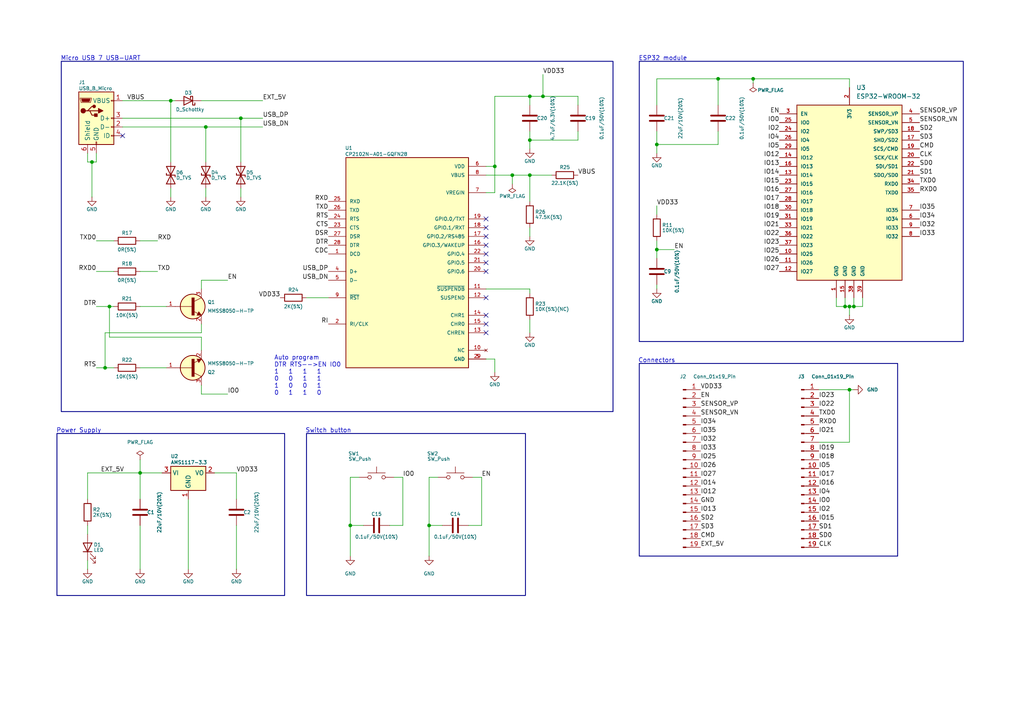
<source format=kicad_sch>
(kicad_sch (version 20250114) (generator "eeschema") (generator_version "9.0")
  (paper "A4")
  (title_block (title "ESP32") (company "LAUDE, RUSELLE RAE D.") (comment 1 "BSECE - 1C") (comment 2 "ELECTRONICS ENGINEERING DEPARTMENT") (comment 3 "COLLEGE OF ENGINEERING") (comment 4 "TECHNOLOGICAL UNIVERSITY OF THE PHILIPPINES"))
  (lib_symbols
    (symbol "CP2102N-A01-GQFN28:CP2102N-A01-GQFN28" (pin_names (offset 1.016))
      (property "Reference" "U1" (at -18.034 33.274 0))
      (property "Value" "CP2102N-A01-GQFN28" (at -18.034 31.496 0))
      (symbol "CP2102N-A01-GQFN28_0_0"
        (rectangle (start -17.78 -30.48) (end 17.78 30.48) (stroke (width 0.254)) (fill (type background)))
        (pin input line (at -22.86 17.78 0) (length 5.08) (name "RXD") (number "25"))
        (pin output line (at -22.86 15.24 0) (length 5.08) (name "TXD") (number "26"))
        (pin output line (at -22.86 12.7 0) (length 5.08) (name "RTS") (number "24"))
        (pin output line (at -22.86 5.08 0) (length 5.08) (name "DTR") (number "28"))
        (pin bidirectional line (at -22.86 -2.54 0) (length 5.08) (name "D+") (number "4"))
        (pin bidirectional line (at -22.86 -5.08 0) (length 5.08) (name "D-") (number "5"))
        (pin input line (at -22.86 -10.16 0) (length 5.08) (name "~{RST}") (number "9"))
        (pin power_in line (at 22.86 27.94 180) (length 5.08) (name "VDD") (number "6"))
        (pin power_in line (at 22.86 25.4 180) (length 5.08) (name "VBUS") (number "8"))
        (pin power_in line (at 22.86 20.32 180) (length 5.08) (name "VREGIN") (number "7"))
        (pin bidirectional line (at 22.86 12.7 180) (length 5.08) (name "GPIO.0/TXT") (number "19"))
        (pin bidirectional line (at 22.86 10.16 180) (length 5.08) (name "GPIO.1/RXT") (number "18"))
        (pin bidirectional line (at 22.86 7.62 180) (length 5.08) (name "GPIO.2/RS485") (number "17"))
        (pin bidirectional line (at 22.86 5.08 180) (length 5.08) (name "GPIO.3/WAKEUP") (number "16"))
        (pin bidirectional line (at 22.86 2.54 180) (length 5.08) (name "GPIO.4") (number "22"))
        (pin bidirectional line (at 22.86 0 180) (length 5.08) (name "GPIO.5") (number "21"))
        (pin bidirectional line (at 22.86 -2.54 180) (length 5.08) (name "GPIO.6") (number "20"))
        (pin output line (at 22.86 -7.62 180) (length 5.08) (name "~{SUSPENDB}") (number "11"))
        (pin output line (at 22.86 -10.16 180) (length 5.08) (name "SUSPEND") (number "12"))
        (pin output line (at 22.86 -15.24 180) (length 5.08) (name "CHR1") (number "14"))
        (pin output line (at 22.86 -17.78 180) (length 5.08) (name "CHR0") (number "15"))
        (pin output line (at 22.86 -20.32 180) (length 5.08) (name "CHREN") (number "13"))
        (pin no_connect line (at 22.86 -25.4 180) (length 5.08) (name "NC") (number "10"))
        (pin power_in line (at 22.86 -27.94 180) (length 5.08) (name "GND") (number "29"))
        (pin power_in line (at 22.86 -27.94 180) (length 5.08) (name "GND") (number "3"))
      )
      (symbol "CP2102N-A01-GQFN28_1_0"
        (pin input line (at -22.86 10.16 0) (length 5.08) (name "CTS") (number "23"))
        (pin input line (at -22.86 7.62 0) (length 5.08) (name "DSR") (number "27"))
        (pin input line (at -22.86 2.54 0) (length 5.08) (name "DCD") (number "1"))
        (pin bidirectional line (at -22.86 -17.78 0) (length 5.08) (name "RI/CLK") (number "2"))
      )
    )
    (symbol "Connector:Conn_01x19_Pin" (pin_names (offset 1.016) (hide yes))
      (property "Reference" "J" (at 0 25.4 0))
      (property "Value" "Conn_01x19_Pin" (at 0 -25.4 0))
      (symbol "Conn_01x19_Pin_1_1"
        (rectangle (start 0.8636 22.987) (end 0 22.733) (stroke (width 0.1524)) (fill (type outline)))
        (rectangle (start 0.8636 20.447) (end 0 20.193) (stroke (width 0.1524)) (fill (type outline)))
        (rectangle (start 0.8636 17.907) (end 0 17.653) (stroke (width 0.1524)) (fill (type outline)))
        (rectangle (start 0.8636 15.367) (end 0 15.113) (stroke (width 0.1524)) (fill (type outline)))
        (rectangle (start 0.8636 12.827) (end 0 12.573) (stroke (width 0.1524)) (fill (type outline)))
        (rectangle (start 0.8636 10.287) (end 0 10.033) (stroke (width 0.1524)) (fill (type outline)))
        (rectangle (start 0.8636 7.747) (end 0 7.493) (stroke (width 0.1524)) (fill (type outline)))
        (rectangle (start 0.8636 5.207) (end 0 4.953) (stroke (width 0.1524)) (fill (type outline)))
        (rectangle (start 0.8636 2.667) (end 0 2.413) (stroke (width 0.1524)) (fill (type outline)))
        (rectangle (start 0.8636 0.127) (end 0 -0.127) (stroke (width 0.1524)) (fill (type outline)))
        (rectangle (start 0.8636 -2.413) (end 0 -2.667) (stroke (width 0.1524)) (fill (type outline)))
        (rectangle (start 0.8636 -4.953) (end 0 -5.207) (stroke (width 0.1524)) (fill (type outline)))
        (rectangle (start 0.8636 -7.493) (end 0 -7.747) (stroke (width 0.1524)) (fill (type outline)))
        (rectangle (start 0.8636 -10.033) (end 0 -10.287) (stroke (width 0.1524)) (fill (type outline)))
        (rectangle (start 0.8636 -12.573) (end 0 -12.827) (stroke (width 0.1524)) (fill (type outline)))
        (rectangle (start 0.8636 -15.113) (end 0 -15.367) (stroke (width 0.1524)) (fill (type outline)))
        (rectangle (start 0.8636 -17.653) (end 0 -17.907) (stroke (width 0.1524)) (fill (type outline)))
        (rectangle (start 0.8636 -20.193) (end 0 -20.447) (stroke (width 0.1524)) (fill (type outline)))
        (rectangle (start 0.8636 -22.733) (end 0 -22.987) (stroke (width 0.1524)) (fill (type outline)))
        (polyline (pts (xy 1.27 22.86) (xy 0.8636 22.86)) (stroke (width 0.1524)))
        (polyline (pts (xy 1.27 20.32) (xy 0.8636 20.32)) (stroke (width 0.1524)))
        (polyline (pts (xy 1.27 17.78) (xy 0.8636 17.78)) (stroke (width 0.1524)))
        (polyline (pts (xy 1.27 15.24) (xy 0.8636 15.24)) (stroke (width 0.1524)))
        (polyline (pts (xy 1.27 12.7) (xy 0.8636 12.7)) (stroke (width 0.1524)))
        (polyline (pts (xy 1.27 10.16) (xy 0.8636 10.16)) (stroke (width 0.1524)))
        (polyline (pts (xy 1.27 7.62) (xy 0.8636 7.62)) (stroke (width 0.1524)))
        (polyline (pts (xy 1.27 5.08) (xy 0.8636 5.08)) (stroke (width 0.1524)))
        (polyline (pts (xy 1.27 2.54) (xy 0.8636 2.54)) (stroke (width 0.1524)))
        (polyline (pts (xy 1.27 0) (xy 0.8636 0)) (stroke (width 0.1524)))
        (polyline (pts (xy 1.27 -2.54) (xy 0.8636 -2.54)) (stroke (width 0.1524)))
        (polyline (pts (xy 1.27 -5.08) (xy 0.8636 -5.08)) (stroke (width 0.1524)))
        (polyline (pts (xy 1.27 -7.62) (xy 0.8636 -7.62)) (stroke (width 0.1524)))
        (polyline (pts (xy 1.27 -10.16) (xy 0.8636 -10.16)) (stroke (width 0.1524)))
        (polyline (pts (xy 1.27 -12.7) (xy 0.8636 -12.7)) (stroke (width 0.1524)))
        (polyline (pts (xy 1.27 -15.24) (xy 0.8636 -15.24)) (stroke (width 0.1524)))
        (polyline (pts (xy 1.27 -17.78) (xy 0.8636 -17.78)) (stroke (width 0.1524)))
        (polyline (pts (xy 1.27 -20.32) (xy 0.8636 -20.32)) (stroke (width 0.1524)))
        (polyline (pts (xy 1.27 -22.86) (xy 0.8636 -22.86)) (stroke (width 0.1524)))
        (pin passive line (at 5.08 22.86 180) (length 3.81) (name "Pin_1") (number "1"))
        (pin passive line (at 5.08 20.32 180) (length 3.81) (name "Pin_2") (number "2"))
        (pin passive line (at 5.08 17.78 180) (length 3.81) (name "Pin_3") (number "3"))
        (pin passive line (at 5.08 15.24 180) (length 3.81) (name "Pin_4") (number "4"))
        (pin passive line (at 5.08 12.7 180) (length 3.81) (name "Pin_5") (number "5"))
        (pin passive line (at 5.08 10.16 180) (length 3.81) (name "Pin_6") (number "6"))
        (pin passive line (at 5.08 7.62 180) (length 3.81) (name "Pin_7") (number "7"))
        (pin passive line (at 5.08 5.08 180) (length 3.81) (name "Pin_8") (number "8"))
        (pin passive line (at 5.08 2.54 180) (length 3.81) (name "Pin_9") (number "9"))
        (pin passive line (at 5.08 0 180) (length 3.81) (name "Pin_10") (number "10"))
        (pin passive line (at 5.08 -2.54 180) (length 3.81) (name "Pin_11") (number "11"))
        (pin passive line (at 5.08 -5.08 180) (length 3.81) (name "Pin_12") (number "12"))
        (pin passive line (at 5.08 -7.62 180) (length 3.81) (name "Pin_13") (number "13"))
        (pin passive line (at 5.08 -10.16 180) (length 3.81) (name "Pin_14") (number "14"))
        (pin passive line (at 5.08 -12.7 180) (length 3.81) (name "Pin_15") (number "15"))
        (pin passive line (at 5.08 -15.24 180) (length 3.81) (name "Pin_16") (number "16"))
        (pin passive line (at 5.08 -17.78 180) (length 3.81) (name "Pin_17") (number "17"))
        (pin passive line (at 5.08 -20.32 180) (length 3.81) (name "Pin_18") (number "18"))
        (pin passive line (at 5.08 -22.86 180) (length 3.81) (name "Pin_19") (number "19"))
      )
    )
    (symbol "Connector:USB_B_Micro" (pin_names (offset 1.016))
      (property "Reference" "J" (at -5.08 11.43 0))
      (property "Value" "USB_B_Micro" (at -5.08 8.89 0))
      (symbol "USB_B_Micro_0_1"
        (rectangle (start -5.08 -7.62) (end 5.08 7.62) (stroke (width 0.254)) (fill (type background)))
        (polyline (pts (xy -4.699 5.842) (xy -4.699 5.588) (xy -4.445 4.826) (xy -4.445 4.572) (xy -1.651 4.572) (xy -1.651 4.826) (xy -1.397 5.588) (xy -1.397 5.842) (xy -4.699 5.842)))
        (polyline (pts (xy -4.318 5.588) (xy -1.778 5.588) (xy -2.032 4.826) (xy -4.064 4.826) (xy -4.318 5.588)) (fill (type outline)))
        (circle (center -3.81 2.159) (radius 0.635) (stroke (width 0.254)) (fill (type outline)))
        (polyline (pts (xy -3.175 2.159) (xy -2.54 2.159) (xy -1.27 3.429) (xy -0.635 3.429)) (stroke (width 0.254)))
        (polyline (pts (xy -2.54 2.159) (xy -1.905 2.159) (xy -1.27 0.889) (xy 0 0.889)) (stroke (width 0.254)))
        (polyline (pts (xy -1.905 2.159) (xy 0.635 2.159)) (stroke (width 0.254)))
        (circle (center -0.635 3.429) (radius 0.381) (stroke (width 0.254)) (fill (type outline)))
        (rectangle (start -0.127 -7.62) (end 0.127 -6.858))
        (rectangle (start 0.254 1.27) (end -0.508 0.508) (stroke (width 0.254)) (fill (type outline)))
        (polyline (pts (xy 0.635 2.794) (xy 0.635 1.524) (xy 1.905 2.159) (xy 0.635 2.794)) (stroke (width 0.254)) (fill (type outline)))
        (rectangle (start 5.08 4.953) (end 4.318 5.207))
        (rectangle (start 5.08 -0.127) (end 4.318 0.127))
        (rectangle (start 5.08 -2.667) (end 4.318 -2.413))
        (rectangle (start 5.08 -5.207) (end 4.318 -4.953))
      )
      (symbol "USB_B_Micro_1_1"
        (pin passive line (at -2.54 -10.16 90) (length 2.54) (name "Shield") (number "6"))
        (pin power_out line (at 0 -10.16 90) (length 2.54) (name "GND") (number "5"))
        (pin power_out line (at 7.62 5.08 180) (length 2.54) (name "VBUS") (number "1"))
        (pin bidirectional line (at 7.62 0 180) (length 2.54) (name "D+") (number "3"))
        (pin bidirectional line (at 7.62 -2.54 180) (length 2.54) (name "D-") (number "2"))
        (pin passive line (at 7.62 -5.08 180) (length 2.54) (name "ID") (number "4"))
      )
    )
    (symbol "Device:C" (pin_numbers (hide yes)) (pin_names (offset 0.254))
      (property "Reference" "C" (at 0.635 2.54 0))
      (property "Value" "C" (at 0.635 -2.54 0))
      (symbol "C_0_1"
        (polyline (pts (xy -2.032 0.762) (xy 2.032 0.762)) (stroke (width 0.508)))
        (polyline (pts (xy -2.032 -0.762) (xy 2.032 -0.762)) (stroke (width 0.508)))
      )
      (symbol "C_1_1"
        (pin passive line (at 0 3.81 270) (length 2.794) (name "~") (number "1"))
        (pin passive line (at 0 -3.81 90) (length 2.794) (name "~") (number "2"))
      )
    )
    (symbol "Device:D_Schottky" (pin_numbers (hide yes)) (pin_names (offset 1.016) (hide yes))
      (property "Reference" "D" (at 0 2.54 0))
      (property "Value" "D_Schottky" (at 0 -2.54 0))
      (symbol "D_Schottky_0_1"
        (polyline (pts (xy -1.905 0.635) (xy -1.905 1.27) (xy -1.27 1.27) (xy -1.27 -1.27) (xy -0.635 -1.27) (xy -0.635 -0.635)) (stroke (width 0.254)))
        (polyline (pts (xy 1.27 1.27) (xy 1.27 -1.27) (xy -1.27 0) (xy 1.27 1.27)) (stroke (width 0.254)))
        (polyline (pts (xy 1.27 0) (xy -1.27 0)))
      )
      (symbol "D_Schottky_1_1"
        (pin passive line (at -3.81 0 0) (length 2.54) (name "K") (number "1"))
        (pin passive line (at 3.81 0 180) (length 2.54) (name "A") (number "2"))
      )
    )
    (symbol "Device:D_TVS" (pin_numbers (hide yes)) (pin_names (offset 1.016) (hide yes))
      (property "Reference" "D" (at 0 2.54 0))
      (property "Value" "D_TVS" (at 0 -2.54 0))
      (symbol "D_TVS_0_1"
        (polyline (pts (xy -2.54 1.27) (xy -2.54 -1.27) (xy 2.54 1.27) (xy 2.54 -1.27) (xy -2.54 1.27)) (stroke (width 0.254)))
        (polyline (pts (xy 0.508 1.27) (xy 0 1.27) (xy 0 -1.27) (xy -0.508 -1.27)) (stroke (width 0.254)))
        (polyline (pts (xy 1.27 0) (xy -1.27 0)))
      )
      (symbol "D_TVS_1_1"
        (pin passive line (at -3.81 0 0) (length 2.54) (name "A1") (number "1"))
        (pin passive line (at 3.81 0 180) (length 2.54) (name "A2") (number "2"))
      )
    )
    (symbol "Device:LED" (pin_numbers (hide yes)) (pin_names (offset 1.016) (hide yes))
      (property "Reference" "D" (at 0 2.54 0))
      (property "Value" "LED" (at 0 -2.54 0))
      (symbol "LED_0_1"
        (polyline (pts (xy -3.048 -0.762) (xy -4.572 -2.286) (xy -3.81 -2.286) (xy -4.572 -2.286) (xy -4.572 -1.524)))
        (polyline (pts (xy -1.778 -0.762) (xy -3.302 -2.286) (xy -2.54 -2.286) (xy -3.302 -2.286) (xy -3.302 -1.524)))
        (polyline (pts (xy -1.27 0) (xy 1.27 0)))
        (polyline (pts (xy -1.27 -1.27) (xy -1.27 1.27)) (stroke (width 0.254)))
        (polyline (pts (xy 1.27 -1.27) (xy 1.27 1.27) (xy -1.27 0) (xy 1.27 -1.27)) (stroke (width 0.254)))
      )
      (symbol "LED_1_1"
        (pin passive line (at -3.81 0 0) (length 2.54) (name "K") (number "1"))
        (pin passive line (at 3.81 0 180) (length 2.54) (name "A") (number "2"))
      )
    )
    (symbol "Device:R" (pin_numbers (hide yes)) (pin_names (offset 0))
      (property "Reference" "R" (at 2.032 0 90))
      (property "Value" "R" (at 0 0 90))
      (symbol "R_0_1"
        (rectangle (start -1.016 -2.54) (end 1.016 2.54) (stroke (width 0.254)))
      )
      (symbol "R_1_1"
        (pin passive line (at 0 3.81 270) (length 1.27) (name "~") (number "1"))
        (pin passive line (at 0 -3.81 90) (length 1.27) (name "~") (number "2"))
      )
    )
    (symbol "ESP32-WROOM-32:ESP32-WROOM-32" (pin_names (offset 1.016))
      (property "Reference" "U" (at -15.0359 36.6745 0))
      (property "Value" "ESP32-WROOM-32" (at -8.636 37.846 0))
      (symbol "ESP32-WROOM-32_0_0"
        (rectangle (start -15.24 35.56) (end 15.24 -15.24) (stroke (width 0.254)) (fill (type background)))
        (pin input line (at -20.32 33.02 0) (length 5.08) (name "EN") (number "3"))
        (pin bidirectional line (at -20.32 30.48 0) (length 5.08) (name "IO0") (number "25"))
        (pin bidirectional line (at -20.32 27.94 0) (length 5.08) (name "IO2") (number "24"))
        (pin bidirectional line (at -20.32 25.4 0) (length 5.08) (name "IO4") (number "26"))
        (pin bidirectional line (at -20.32 22.86 0) (length 5.08) (name "IO5") (number "29"))
        (pin bidirectional line (at -20.32 20.32 0) (length 5.08) (name "IO12") (number "14"))
        (pin bidirectional line (at -20.32 17.78 0) (length 5.08) (name "IO13") (number "16"))
        (pin bidirectional line (at -20.32 15.24 0) (length 5.08) (name "IO14") (number "13"))
        (pin bidirectional line (at -20.32 12.7 0) (length 5.08) (name "IO15") (number "23"))
        (pin bidirectional line (at -20.32 10.16 0) (length 5.08) (name "IO16") (number "27"))
        (pin bidirectional line (at -20.32 7.62 0) (length 5.08) (name "IO17") (number "28"))
        (pin bidirectional line (at -20.32 5.08 0) (length 5.08) (name "IO18") (number "30"))
        (pin bidirectional line (at -20.32 2.54 0) (length 5.08) (name "IO19") (number "31"))
        (pin bidirectional line (at -20.32 0 0) (length 5.08) (name "IO21") (number "33"))
        (pin bidirectional line (at -20.32 -2.54 0) (length 5.08) (name "IO22") (number "36"))
        (pin bidirectional line (at -20.32 -5.08 0) (length 5.08) (name "IO23") (number "37"))
        (pin bidirectional line (at -20.32 -7.62 0) (length 5.08) (name "IO25") (number "10"))
        (pin bidirectional line (at -20.32 -10.16 0) (length 5.08) (name "IO26") (number "11"))
        (pin bidirectional line (at -20.32 -12.7 0) (length 5.08) (name "IO27") (number "12"))
        (pin power_in line (at -3.81 -20.32 90) (length 5.08) (name "GND") (number "1"))
        (pin power_in line (at -1.27 -20.32 90) (length 5.08) (name "GND") (number "15"))
        (pin power_in line (at 0 40.64 270) (length 5.08) (name "3V3") (number "2"))
        (pin power_in line (at 1.27 -20.32 90) (length 5.08) (name "GND") (number "38"))
        (pin input line (at 20.32 33.02 180) (length 5.08) (name "SENSOR_VP") (number "4"))
        (pin input line (at 20.32 30.48 180) (length 5.08) (name "SENSOR_VN") (number "5"))
        (pin bidirectional line (at 20.32 27.94 180) (length 5.08) (name "SWP/SD3") (number "18"))
        (pin bidirectional line (at 20.32 25.4 180) (length 5.08) (name "SHD/SD2") (number "17"))
        (pin bidirectional line (at 20.32 22.86 180) (length 5.08) (name "SCS/CMD") (number "19"))
        (pin bidirectional line (at 20.32 17.78 180) (length 5.08) (name "SDI/SD1") (number "22"))
        (pin bidirectional line (at 20.32 15.24 180) (length 5.08) (name "SDO/SD0") (number "21"))
        (pin bidirectional line (at 20.32 12.7 180) (length 5.08) (name "RXD0") (number "34"))
        (pin bidirectional line (at 20.32 10.16 180) (length 5.08) (name "TXD0") (number "35"))
        (pin input line (at 20.32 5.08 180) (length 5.08) (name "IO35") (number "7"))
        (pin input line (at 20.32 2.54 180) (length 5.08) (name "IO34") (number "6"))
        (pin bidirectional line (at 20.32 0 180) (length 5.08) (name "IO33") (number "9"))
        (pin bidirectional line (at 20.32 -2.54 180) (length 5.08) (name "IO32") (number "8"))
      )
      (symbol "ESP32-WROOM-32_1_0"
        (pin power_in line (at 3.81 -20.32 90) (length 5.08) (name "GND") (number "39"))
        (pin bidirectional line (at 20.32 20.32 180) (length 5.08) (name "SCK/CLK") (number "20"))
      )
    )
    (symbol "MMSS8050-H-TP:MMSS8050-H-TP" (pin_names (offset 1.016))
      (property "Reference" "Q1" (at 3.81 1.2701 0))
      (property "Value" "MMSS8050-H-TP" (at 3.81 -1.2699 0))
      (symbol "MMSS8050-H-TP_0_0"
        (rectangle (start -0.254 -2.54) (end 0.508 2.54) (stroke (width 0.1)) (fill (type outline)))
        (polyline (pts (xy 1.27 -2.54) (xy 1.778 -1.524)) (stroke (width 0.1524)))
        (polyline (pts (xy 1.524 -2.286) (xy 1.905 -2.286)) (stroke (width 0.254)))
        (polyline (pts (xy 1.524 -2.413) (xy 2.286 -2.413)) (stroke (width 0.254)))
        (polyline (pts (xy 1.54 -2.04) (xy 0.308 -1.424)) (stroke (width 0.1524)))
        (polyline (pts (xy 1.778 -1.524) (xy 2.54 -2.54)) (stroke (width 0.1524)))
        (polyline (pts (xy 1.778 -1.778) (xy 1.524 -2.286)) (stroke (width 0.254)))
        (polyline (pts (xy 1.905 -2.286) (xy 1.778 -2.032)) (stroke (width 0.254)))
        (polyline (pts (xy 2.286 -2.413) (xy 1.778 -1.778)) (stroke (width 0.254)))
        (polyline (pts (xy 2.54 2.54) (xy 0.508 1.524)) (stroke (width 0.1524)))
        (polyline (pts (xy 2.54 -2.54) (xy 1.27 -2.54)) (stroke (width 0.1524)))
        (pin passive line (at -7.62 0 0) (length 2.54) (name "~") (number "1"))
        (pin passive line (at 2.54 5.08 270) (length 2.54) (name "~") (number "3"))
        (pin passive line (at 2.54 -5.08 90) (length 2.54) (name "~") (number "2"))
      )
      (symbol "MMSS8050-H-TP_0_1"
        (polyline (pts (xy -5.08 0) (xy -5.08 0)))
        (polyline (pts (xy -5.08 0) (xy 0 0)))
      )
      (symbol "MMSS8050-H-TP_1_1"
        (circle (center 0 0) (radius 3.5921) (stroke (width 0.254)) (fill (type color) (color 255 255 194 1)))
      )
    )
    (symbol "Regulator_Linear:AMS1117-3.3"
      (property "Reference" "U" (at -3.81 3.175 0))
      (property "Value" "AMS1117-3.3" (at 0 3.175 0))
      (symbol "AMS1117-3.3_0_1"
        (rectangle (start -5.08 -5.08) (end 5.08 1.905) (stroke (width 0.254)) (fill (type background)))
      )
      (symbol "AMS1117-3.3_1_1"
        (pin power_in line (at -7.62 0 0) (length 2.54) (name "VI") (number "3"))
        (pin power_in line (at 0 -7.62 90) (length 2.54) (name "GND") (number "1"))
        (pin power_out line (at 7.62 0 180) (length 2.54) (name "VO") (number "2"))
      )
    )
    (symbol "Switch:SW_Push" (pin_numbers (hide yes)) (pin_names (offset 1.016) (hide yes))
      (property "Reference" "SW" (at 1.27 2.54 0))
      (property "Value" "SW_Push" (at 0 -1.524 0))
      (symbol "SW_Push_0_1"
        (circle (center -2.032 0) (radius 0.508))
        (polyline (pts (xy 0 1.27) (xy 0 3.048)))
        (circle (center 2.032 0) (radius 0.508))
        (polyline (pts (xy 2.54 1.27) (xy -2.54 1.27)))
        (pin passive line (at -5.08 0 0) (length 2.54) (name "1") (number "1"))
        (pin passive line (at 5.08 0 180) (length 2.54) (name "2") (number "2"))
      )
    )
    (symbol "power:GND" (power) (pin_numbers (hide yes)) (pin_names (offset 0) (hide yes))
      (property "Value" "GND" (at 0 -3.81 0))
      (symbol "GND_0_1"
        (polyline (pts (xy 0 0) (xy 0 -1.27) (xy 1.27 -1.27) (xy 0 -2.54) (xy -1.27 -1.27) (xy 0 -1.27)))
      )
      (symbol "GND_1_1"
        (pin power_in line (at 0 0 270) (length 0) (name "~") (number "1"))
      )
    )
    (symbol "power:PWR_FLAG" (power) (pin_numbers (hide yes)) (pin_names (offset 0) (hide yes))
      (property "Value" "PWR_FLAG" (at 0 3.81 0))
      (symbol "PWR_FLAG_0_0"
        (pin power_out line (at 0 0 90) (length 0) (name "~") (number "1"))
      )
      (symbol "PWR_FLAG_0_1"
        (polyline (pts (xy 0 0) (xy 0 1.27) (xy -1.016 1.905) (xy 0 2.54) (xy 1.016 1.905) (xy 0 1.27)))
      )
    )
  )
  (text "Switch button" (at 95.25 124.968 0) (effects (font (size 1.27 1.27))))
  (text "ESP32 module" (at 192.278 17.018 0) (effects (font (size 1.27 1.27))))
  (text "Power Supply" (at 22.86 124.968 0) (effects (font (size 1.27 1.27))))
  (text "Auto program\nDTR RTS-->EN IO0\n1   1   1   1\n0   0   1   1\n1   0   0   1\n0   1   1   0" (at 79.502 108.966 0) (effects (font (size 1.27 1.27)) (justify left)))
  (text "Connectors" (at 190.5 104.648 0) (effects (font (size 1.27 1.27))))
  (text "Micro USB 7 USB-UART" (at 29.21 17.018 0) (effects (font (size 1.27 1.27))))
  (junction (at 31.75 88.9))
  (junction (at 247.65 88.9))
  (junction (at 148.59 50.8))
  (junction (at 30.48 106.68))
  (junction (at 218.44 22.86))
  (junction (at 59.69 36.83))
  (junction (at 69.85 34.29))
  (junction (at 153.67 40.64))
  (junction (at 124.46 152.4))
  (junction (at 49.53 29.21))
  (junction (at 245.11 88.9))
  (junction (at 157.48 27.94))
  (junction (at 190.5 41.91))
  (junction (at 153.67 50.8))
  (junction (at 246.38 88.9))
  (junction (at 208.28 22.86))
  (junction (at 26.67 46.99))
  (junction (at 246.38 113.03))
  (junction (at 143.51 48.26))
  (junction (at 153.67 27.94))
  (junction (at 101.6 152.4))
  (junction (at 40.64 137.16))
  (junction (at 190.5 72.39))
  (no_connect (at 140.97 86.36))
  (no_connect (at 140.97 91.44))
  (no_connect (at 140.97 71.12))
  (no_connect (at 140.97 93.98))
  (no_connect (at 140.97 63.5))
  (no_connect (at 140.97 68.58))
  (no_connect (at 140.97 78.74))
  (no_connect (at 140.97 96.52))
  (no_connect (at 140.97 76.2))
  (no_connect (at 140.97 73.66))
  (no_connect (at 35.56 39.37))
  (no_connect (at 140.97 66.04))
  (wire (pts (xy 153.67 50.8) (xy 160.02 50.8)))
  (wire (pts (xy 190.5 59.69) (xy 190.5 62.23)))
  (wire (pts (xy 190.5 82.55) (xy 190.5 83.82)))
  (wire (pts (xy 25.4 162.56) (xy 25.4 165.1)))
  (wire (pts (xy 218.44 22.86) (xy 246.38 22.86)))
  (wire (pts (xy 247.65 86.36) (xy 247.65 88.9)))
  (wire (pts (xy 25.4 46.99) (xy 26.67 46.99)))
  (wire (pts (xy 58.42 97.79) (xy 58.42 101.6)))
  (wire (pts (xy 49.53 29.21) (xy 49.53 46.99)))
  (wire (pts (xy 88.9 86.36) (xy 95.25 86.36)))
  (wire (pts (xy 59.69 54.61) (xy 59.69 57.15)))
  (wire (pts (xy 153.67 50.8) (xy 153.67 58.42)))
  (wire (pts (xy 69.85 54.61) (xy 69.85 57.15)))
  (wire (pts (xy 58.42 81.28) (xy 66.04 81.28)))
  (wire (pts (xy 140.97 104.14) (xy 143.51 104.14)))
  (wire (pts (xy 58.42 29.21) (xy 76.2 29.21)))
  (wire (pts (xy 69.85 34.29) (xy 69.85 46.99)))
  (wire (pts (xy 153.67 27.94) (xy 153.67 30.48)))
  (wire (pts (xy 40.64 88.9) (xy 48.26 88.9)))
  (wire (pts (xy 59.69 36.83) (xy 59.69 46.99)))
  (wire (pts (xy 148.59 50.8) (xy 148.59 53.34)))
  (wire (pts (xy 27.94 46.99) (xy 27.94 44.45)))
  (wire (pts (xy 128.27 152.4) (xy 124.46 152.4)))
  (wire (pts (xy 62.23 137.16) (xy 68.58 137.16)))
  (wire (pts (xy 101.6 138.43) (xy 104.14 138.43)))
  (wire (pts (xy 153.67 38.1) (xy 153.67 40.64)))
  (wire (pts (xy 27.94 69.85) (xy 33.02 69.85)))
  (wire (pts (xy 137.16 138.43) (xy 139.7 138.43)))
  (wire (pts (xy 40.64 137.16) (xy 25.4 137.16)))
  (wire (pts (xy 218.44 22.86) (xy 218.44 24.13)))
  (wire (pts (xy 208.28 38.1) (xy 208.28 41.91)))
  (wire (pts (xy 68.58 137.16) (xy 68.58 144.78)))
  (wire (pts (xy 153.67 40.64) (xy 167.64 40.64)))
  (wire (pts (xy 116.84 138.43) (xy 116.84 152.4)))
  (wire (pts (xy 31.75 88.9) (xy 33.02 88.9)))
  (wire (pts (xy 190.5 22.86) (xy 208.28 22.86)))
  (wire (pts (xy 153.67 92.71) (xy 153.67 96.52)))
  (wire (pts (xy 246.38 128.27) (xy 246.38 113.03)))
  (wire (pts (xy 167.64 27.94) (xy 167.64 30.48)))
  (wire (pts (xy 40.64 78.74) (xy 45.72 78.74)))
  (wire (pts (xy 124.46 138.43) (xy 127 138.43)))
  (wire (pts (xy 246.38 113.03) (xy 247.65 113.03)))
  (wire (pts (xy 25.4 137.16) (xy 25.4 144.78)))
  (wire (pts (xy 58.42 96.52) (xy 58.42 93.98)))
  (wire (pts (xy 208.28 22.86) (xy 218.44 22.86)))
  (wire (pts (xy 101.6 152.4) (xy 105.41 152.4)))
  (wire (pts (xy 26.67 46.99) (xy 26.67 57.15)))
  (wire (pts (xy 190.5 69.85) (xy 190.5 72.39)))
  (wire (pts (xy 190.5 38.1) (xy 190.5 41.91)))
  (wire (pts (xy 35.56 36.83) (xy 59.69 36.83)))
  (wire (pts (xy 30.48 106.68) (xy 33.02 106.68)))
  (wire (pts (xy 143.51 48.26) (xy 143.51 55.88)))
  (wire (pts (xy 140.97 48.26) (xy 143.51 48.26)))
  (wire (pts (xy 242.57 86.36) (xy 242.57 88.9)))
  (wire (pts (xy 25.4 44.45) (xy 25.4 46.99)))
  (wire (pts (xy 245.11 86.36) (xy 245.11 88.9)))
  (wire (pts (xy 140.97 83.82) (xy 153.67 83.82)))
  (wire (pts (xy 190.5 72.39) (xy 190.5 74.93)))
  (wire (pts (xy 190.5 72.39) (xy 195.58 72.39)))
  (wire (pts (xy 247.65 88.9) (xy 250.19 88.9)))
  (wire (pts (xy 190.5 41.91) (xy 208.28 41.91)))
  (wire (pts (xy 114.3 138.43) (xy 116.84 138.43)))
  (wire (pts (xy 139.7 138.43) (xy 139.7 152.4)))
  (wire (pts (xy 157.48 27.94) (xy 167.64 27.94)))
  (wire (pts (xy 153.67 27.94) (xy 157.48 27.94)))
  (wire (pts (xy 69.85 34.29) (xy 76.2 34.29)))
  (wire (pts (xy 246.38 88.9) (xy 247.65 88.9)))
  (wire (pts (xy 58.42 114.3) (xy 66.04 114.3)))
  (wire (pts (xy 25.4 152.4) (xy 25.4 154.94)))
  (wire (pts (xy 27.94 78.74) (xy 33.02 78.74)))
  (wire (pts (xy 49.53 29.21) (xy 50.8 29.21)))
  (wire (pts (xy 58.42 111.76) (xy 58.42 114.3)))
  (wire (pts (xy 27.94 88.9) (xy 31.75 88.9)))
  (wire (pts (xy 31.75 97.79) (xy 58.42 97.79)))
  (wire (pts (xy 153.67 66.04) (xy 153.67 68.58)))
  (wire (pts (xy 246.38 25.4) (xy 246.38 22.86)))
  (wire (pts (xy 59.69 36.83) (xy 76.2 36.83)))
  (wire (pts (xy 140.97 55.88) (xy 143.51 55.88)))
  (wire (pts (xy 124.46 152.4) (xy 124.46 161.29)))
  (wire (pts (xy 140.97 50.8) (xy 148.59 50.8)))
  (wire (pts (xy 246.38 88.9) (xy 246.38 91.44)))
  (wire (pts (xy 190.5 22.86) (xy 190.5 30.48)))
  (wire (pts (xy 26.67 46.99) (xy 27.94 46.99)))
  (wire (pts (xy 49.53 54.61) (xy 49.53 57.15)))
  (wire (pts (xy 40.64 69.85) (xy 45.72 69.85)))
  (wire (pts (xy 245.11 88.9) (xy 246.38 88.9)))
  (wire (pts (xy 30.48 96.52) (xy 58.42 96.52)))
  (wire (pts (xy 54.61 144.78) (xy 54.61 165.1)))
  (wire (pts (xy 208.28 22.86) (xy 208.28 30.48)))
  (wire (pts (xy 153.67 83.82) (xy 153.67 85.09)))
  (wire (pts (xy 237.49 113.03) (xy 246.38 113.03)))
  (wire (pts (xy 30.48 96.52) (xy 30.48 106.68)))
  (wire (pts (xy 116.84 152.4) (xy 113.03 152.4)))
  (wire (pts (xy 124.46 152.4) (xy 124.46 138.43)))
  (wire (pts (xy 46.99 137.16) (xy 40.64 137.16)))
  (wire (pts (xy 157.48 21.59) (xy 157.48 27.94)))
  (wire (pts (xy 40.64 137.16) (xy 40.64 144.78)))
  (wire (pts (xy 68.58 152.4) (xy 68.58 165.1)))
  (wire (pts (xy 35.56 29.21) (xy 49.53 29.21)))
  (wire (pts (xy 27.94 106.68) (xy 30.48 106.68)))
  (wire (pts (xy 190.5 41.91) (xy 190.5 44.45)))
  (wire (pts (xy 40.64 106.68) (xy 48.26 106.68)))
  (wire (pts (xy 143.51 48.26) (xy 143.51 27.94)))
  (wire (pts (xy 167.64 40.64) (xy 167.64 38.1)))
  (wire (pts (xy 40.64 152.4) (xy 40.64 165.1)))
  (wire (pts (xy 237.49 128.27) (xy 246.38 128.27)))
  (wire (pts (xy 58.42 83.82) (xy 58.42 81.28)))
  (wire (pts (xy 143.51 104.14) (xy 143.51 107.95)))
  (wire (pts (xy 101.6 152.4) (xy 101.6 161.29)))
  (wire (pts (xy 143.51 27.94) (xy 153.67 27.94)))
  (wire (pts (xy 139.7 152.4) (xy 135.89 152.4)))
  (wire (pts (xy 250.19 88.9) (xy 250.19 86.36)))
  (wire (pts (xy 35.56 34.29) (xy 69.85 34.29)))
  (wire (pts (xy 40.64 133.35) (xy 40.64 137.16)))
  (wire (pts (xy 31.75 88.9) (xy 31.75 97.79)))
  (wire (pts (xy 242.57 88.9) (xy 245.11 88.9)))
  (wire (pts (xy 153.67 40.64) (xy 153.67 43.18)))
  (wire (pts (xy 148.59 50.8) (xy 153.67 50.8)))
  (wire (pts (xy 101.6 152.4) (xy 101.6 138.43)))
  (label "EN" (at 226.06 33.02 180))
  (label "IO34" (at 203.2 123.19 0))
  (label "DTR" (at 27.94 88.9 180))
  (label "IO14" (at 203.2 140.97 0))
  (label "IO0" (at 66.04 114.3 0))
  (label "IO25" (at 203.2 133.35 0))
  (label "IO25" (at 226.06 73.66 180))
  (label "IO0" (at 226.06 35.56 180))
  (label "IO0" (at 237.49 146.05 0))
  (label "IO35" (at 266.7 60.96 0))
  (label "IO17" (at 226.06 58.42 180))
  (label "IO26" (at 226.06 76.2 180))
  (label "EXT_5V" (at 203.2 158.75 0))
  (label "RTS" (at 95.25 63.5 180))
  (label "SD2" (at 266.7 38.1 0))
  (label "IO15" (at 237.49 151.13 0))
  (label "RTS" (at 27.94 106.68 180))
  (label "EN" (at 195.58 72.39 0))
  (label "RXD0" (at 266.7 55.88 0))
  (label "IO18" (at 237.49 133.35 0))
  (label "CTS" (at 95.25 66.04 180))
  (label "CLK" (at 266.7 45.72 0))
  (label "IO21" (at 226.06 66.04 180))
  (label "IO16" (at 237.49 140.97 0))
  (label "SENSOR_VP" (at 203.2 118.11 0))
  (label "IO19" (at 226.06 63.5 180))
  (label "IO34" (at 266.7 63.5 0))
  (label "SD0" (at 266.7 48.26 0))
  (label "RI" (at 95.25 93.98 180))
  (label "IO32" (at 266.7 66.04 0))
  (label "CMD" (at 266.7 43.18 0))
  (label "IO0" (at 116.84 138.43 0))
  (label "EXT_5V" (at 29.21 137.16 0))
  (label "IO12" (at 203.2 143.51 0))
  (label "VDD33" (at 157.48 21.59 0))
  (label "IO13" (at 203.2 148.59 0))
  (label "SD2" (at 203.2 151.13 0))
  (label "IO12" (at 226.06 45.72 180))
  (label "EXT_5V" (at 76.2 29.21 0))
  (label "VDD33" (at 81.28 86.36 180))
  (label "IO21" (at 237.49 125.73 0))
  (label "VDD33" (at 190.5 59.69 0))
  (label "EN" (at 66.04 81.28 0))
  (label "CLK" (at 237.49 158.75 0))
  (label "CDC" (at 95.25 73.66 180))
  (label "TXD" (at 45.72 78.74 0))
  (label "IO17" (at 237.49 138.43 0))
  (label "TXD0" (at 27.94 69.85 180))
  (label "SENSOR_VN" (at 266.7 35.56 0))
  (label "IO4" (at 237.49 143.51 0))
  (label "IO35" (at 203.2 125.73 0))
  (label "SD1" (at 237.49 153.67 0))
  (label "TXD" (at 95.25 60.96 180))
  (label "IO2" (at 226.06 38.1 180))
  (label "IO32" (at 203.2 128.27 0))
  (label "SD3" (at 266.7 40.64 0))
  (label "CMD" (at 203.2 156.21 0))
  (label "USB_DP" (at 95.25 78.74 180))
  (label "USB_DN" (at 95.25 81.28 180))
  (label "RXD0" (at 27.94 78.74 180))
  (label "IO2" (at 237.49 148.59 0))
  (label "IO19" (at 237.49 130.81 0))
  (label "IO5" (at 226.06 43.18 180))
  (label "IO23" (at 226.06 71.12 180))
  (label "IO16" (at 226.06 55.88 180))
  (label "SENSOR_VN" (at 203.2 120.65 0))
  (label "IO27" (at 226.06 78.74 180))
  (label "USB_DP" (at 76.2 34.29 0))
  (label "IO23" (at 237.49 115.57 0))
  (label "TXD0" (at 266.7 53.34 0))
  (label "IO5" (at 237.49 135.89 0))
  (label "IO33" (at 266.7 68.58 0))
  (label "EN" (at 139.7 138.43 0))
  (label "GND" (at 203.2 146.05 0))
  (label "IO27" (at 203.2 138.43 0))
  (label "IO13" (at 226.06 48.26 180))
  (label "IO18" (at 226.06 60.96 180))
  (label "IO4" (at 226.06 40.64 180))
  (label "VBUS" (at 167.64 50.8 0))
  (label "DTR" (at 95.25 71.12 180))
  (label "IO22" (at 237.49 118.11 0))
  (label "SD3" (at 203.2 153.67 0))
  (label "IO22" (at 226.06 68.58 180))
  (label "SENSOR_VP" (at 266.7 33.02 0))
  (label "VBUS" (at 36.83 29.21 0))
  (label "IO15" (at 226.06 53.34 180))
  (label "IO14" (at 226.06 50.8 180))
  (label "IO26" (at 203.2 135.89 0))
  (label "IO33" (at 203.2 130.81 0))
  (label "RXD" (at 45.72 69.85 0))
  (label "RXD" (at 95.25 58.42 180))
  (label "VDD33" (at 68.58 137.16 0))
  (label "SD1" (at 266.7 50.8 0))
  (label "SD0" (at 237.49 156.21 0))
  (label "RXD0" (at 237.49 123.19 0))
  (label "TXD0" (at 237.49 120.65 0))
  (label "VDD33" (at 203.2 113.03 0))
  (label "USB_DN" (at 76.2 36.83 0))
  (label "DSR" (at 95.25 68.58 180))
  (label "EN" (at 203.2 115.57 0))
  (rule_area (polyline (pts (xy 17.78 17.78) (xy 17.78 119.38) (xy 177.8 119.38) (xy 177.8 17.78)) (stroke (width 0.254) (color 0 0 139 1))))
  (rule_area (polyline (pts (xy 185.42 105.41) (xy 260.35 105.41) (xy 260.35 161.29) (xy 185.42 161.29)) (stroke (width 0.254) (color 0 0 139 1))))
  (rule_area (polyline (pts (xy 185.42 17.78) (xy 185.42 99.06) (xy 279.4 99.06) (xy 279.4 17.78)) (stroke (width 0.254) (color 0 0 139 1))))
  (rule_area (polyline (pts (xy 88.9 125.73) (xy 88.9 172.72) (xy 152.4 172.72) (xy 152.4 125.73)) (stroke (width 0.254) (color 0 0 139 1))))
  (rule_area (polyline (pts (xy 16.51 125.73) (xy 16.51 172.72) (xy 82.55 172.72) (xy 82.55 125.73)) (stroke (width 0.254) (color 0 0 139 1))))
  (symbol (lib_id "power:GND") (at 153.67 43.18 0) (unit 1)
    (property "Reference" "#PWR08" (effects (hide yes)))
    (property "Value" "GND" (at 153.67 46.736 0) (effects (font (size 1 1))))
    (property "Description" "Power symbol creates a global label with name \"GND\" , ground" (effects (hide yes)))
  )
  (symbol (lib_id "Device:R") (at 153.67 62.23 0) (unit 1)
    (property "Reference" "R26" (at 155.194 61.468 0) (effects (font (size 1 1)) (justify left)))
    (property "Value" "47.5K(5%)" (at 155.194 62.992 0) (effects (font (size 1 1)) (justify left)))
    (property "Footprint" "Resistor_SMD:R_01005_0402Metric" (effects (hide yes)))
    (property "Description" "Resistor" (effects (hide yes)))
  )
  (symbol (lib_id "Device:D_TVS") (at 59.69 50.8 90) (unit 1)
    (property "Reference" "D4" (at 61.214 50.038 90) (effects (font (size 1 1)) (justify right)))
    (property "Value" "D_TVS" (at 61.214 51.562 90) (effects (font (size 1 1)) (justify right)))
    (property "Footprint" "Diode_SMD:D_SOD-323" (effects (hide yes)))
    (property "Description" "Bidirectional transient-voltage-suppression diode" (effects (hide yes)))
  )
  (symbol (lib_id "power:GND") (at 40.64 165.1 0) (unit 1)
    (property "Reference" "#PWR013" (effects (hide yes)))
    (property "Value" "GND" (at 40.64 168.656 0) (effects (font (size 1 1))))
    (property "Description" "Power symbol creates a global label with name \"GND\" , ground" (effects (hide yes)))
  )
  (symbol (lib_id "power:PWR_FLAG") (at 148.59 53.34 180) (unit 1)
    (property "Reference" "#FLG01" (effects (hide yes)))
    (property "Value" "PWR_FLAG" (at 148.59 56.896 0) (effects (font (size 1 1))))
    (property "Description" "Special symbol for telling ERC where power comes from" (effects (hide yes)))
  )
  (symbol (lib_id "Switch:SW_Push") (at 132.08 138.43 0) (unit 1)
    (property "Reference" "SW2" (at 125.476 131.572 0) (effects (font (size 1 1))))
    (property "Value" "SW_Push" (at 127.254 133.096 0) (effects (font (size 1 1))))
    (property "Footprint" "Button_Switch_SMD:SW_SPST_B3S-1000" (effects (hide yes)))
    (property "Description" "Push button switch, generic, two pins" (effects (hide yes)))
  )
  (symbol (lib_id "power:GND") (at 26.67 57.15 0) (unit 1)
    (property "Reference" "#PWR04" (effects (hide yes)))
    (property "Value" "GND" (at 26.67 60.706 0) (effects (font (size 1 1))))
    (property "Description" "Power symbol creates a global label with name \"GND\" , ground" (effects (hide yes)))
  )
  (symbol (lib_id "power:PWR_FLAG") (at 40.64 133.35 0) (unit 1)
    (property "Reference" "#FLG03" (effects (hide yes)))
    (property "Value" "PWR_FLAG" (at 40.64 128.27 0) (effects (font (size 1 1))))
    (property "Description" "Special symbol for telling ERC where power comes from" (effects (hide yes)))
  )
  (symbol (lib_id "power:GND") (at 49.53 57.15 0) (unit 1)
    (property "Reference" "#PWR01" (effects (hide yes)))
    (property "Value" "GND" (at 49.53 60.706 0) (effects (font (size 1 1))))
    (property "Description" "Power symbol creates a global label with name \"GND\" , ground" (effects (hide yes)))
  )
  (symbol (lib_id "ESP32-WROOM-32:ESP32-WROOM-32") (at 246.38 66.04 0) (unit 1)
    (property "Reference" "U3" (at 248.3486 25.4 0) (effects (justify left)))
    (property "Value" "ESP32-WROOM-32" (at 248.3486 27.94 0) (effects (justify left)))
    (property "Footprint" "ESP32-WROOM-32:MODULE_ESP32-WROOM-32" (effects (hide yes)))
    (property "MF" "Espressif Systems" (effects (hide yes)))
    (property "MAXIMUM_PACKAGE_HEIGHT" "3.2 mm" (effects (hide yes)))
    (property "Package" "None" (effects (hide yes)))
    (property "Price" "None" (effects (hide yes)))
    (property "Check_prices" "https://www.snapeda.com/parts/ESP32-WROOM-32/Espressif+Systems/view-part/?ref=eda" (effects (hide yes)))
    (property "STANDARD" "Manufacturer Recommendations" (effects (hide yes)))
    (property "PARTREV" "2.9" (effects (hide yes)))
    (property "SnapEDA_Link" "https://www.snapeda.com/parts/ESP32-WROOM-32/Espressif+Systems/view-part/?ref=snap" (effects (hide yes)))
    (property "MP" "ESP32-WROOM-32" (effects (hide yes)))
    (property "Description_1" "Bluetooth, WiFi 802.11b/g/n, Bluetooth v4.2 +EDR, Class 1, 2 and 3 Transceiver Module 2.4GHz ~ 2.5GHz Antenna Not Included, U.FL Surface Mount" (effects (hide yes)))
    (property "Availability" "In Stock" (effects (hide yes)))
    (property "MANUFACTURER" "Espressif Systems" (effects (hide yes)))
  )
  (symbol (lib_id "Connector:USB_B_Micro") (at 27.94 34.29 0) (unit 1)
    (property "Reference" "J1" (at 22.86 23.876 0) (effects (font (size 1 1)) (justify left)))
    (property "Value" "USB_B_Micro" (at 22.86 25.654 0) (effects (font (size 1 1)) (justify left)))
    (property "Footprint" "Connector_USB:USB_Micro-AB_Molex_47590-0001" (effects (hide yes)))
    (property "Description" "USB Micro Type B connector" (effects (hide yes)))
  )
  (symbol (lib_id "Switch:SW_Push") (at 109.22 138.43 0) (unit 1)
    (property "Reference" "SW1" (at 102.616 131.572 0) (effects (font (size 1 1))))
    (property "Value" "SW_Push" (at 104.394 133.096 0) (effects (font (size 1 1))))
    (property "Footprint" "Button_Switch_SMD:SW_SPST_B3S-1000" (effects (hide yes)))
    (property "Description" "Push button switch, generic, two pins" (effects (hide yes)))
  )
  (symbol (lib_id "power:GND") (at 143.51 107.95 0) (unit 1)
    (property "Reference" "#PWR05" (effects (hide yes)))
    (property "Value" "GND" (at 143.51 111.506 0) (effects (font (size 1 1))))
    (property "Description" "Power symbol creates a global label with name \"GND\" , ground" (effects (hide yes)))
  )
  (symbol (lib_id "MMSS8050-H-TP:MMSS8050-H-TP") (at 55.88 106.68 0) (mirror x) (unit 1)
    (property "Reference" "Q2" (at 60.198 107.95 0) (effects (font (size 1 1)) (justify left)))
    (property "Value" "MMSS8050-H-TP" (at 60.198 105.41 0) (effects (font (size 1 1)) (justify left)))
    (property "Footprint" "MMSS8050-H-TP:TRANS_MMSS8050-H-TP" (effects (hide yes)))
    (property "MF" "Micro Commercial Components" (effects (hide yes)))
    (property "MAXIMUM_PACKAGE_HEIGHT" "1.22mm" (effects (hide yes)))
    (property "Package" "None" (effects (hide yes)))
    (property "Price" "None" (effects (hide yes)))
    (property "Check_prices" "https://www.snapeda.com/parts/MMSS8050-H-TP/Micro+Commercial+Components/view-part/?ref=eda" (effects (hide yes)))
    (property "STANDARD" "Manufacturer recommendations" (effects (hide yes)))
    (property "PARTREV" "D" (effects (hide yes)))
    (property "SnapEDA_Link" "https://www.snapeda.com/parts/MMSS8050-H-TP/Micro+Commercial+Components/view-part/?ref=snap" (effects (hide yes)))
    (property "MP" "MMSS8050-H-TP" (effects (hide yes)))
    (property "Description_1" "Bipolar (BJT) Transistor NPN 25 V 1.5 A 100MHz 625 mW Surface Mount SOT-23" (effects (hide yes)))
    (property "Availability" "In Stock" (effects (hide yes)))
    (property "MANUFACTURER" "MCC" (effects (hide yes)))
  )
  (symbol (lib_id "Device:R") (at 25.4 148.59 0) (unit 1)
    (property "Reference" "R2" (at 26.924 147.828 0) (effects (font (size 1 1)) (justify left)))
    (property "Value" "2K(5%)" (at 26.924 149.352 0) (effects (font (size 1 1)) (justify left)))
    (property "Footprint" "Resistor_SMD:R_01005_0402Metric" (effects (hide yes)))
    (property "Description" "Resistor" (effects (hide yes)))
  )
  (symbol (lib_id "Device:D_Schottky") (at 54.61 29.21 180) (unit 1)
    (property "Reference" "D3" (at 54.61 26.924 0) (effects (font (size 1 1))))
    (property "Value" "D_Schottky" (at 55.118 31.75 0) (effects (font (size 1 1))))
    (property "Footprint" "Diode_SMD:D_SOD-323" (effects (hide yes)))
    (property "Description" "Schottky diode" (effects (hide yes)))
  )
  (symbol (lib_id "Device:R") (at 36.83 69.85 90) (unit 1)
    (property "Reference" "R17" (at 36.83 67.564 90) (effects (font (size 1 1))))
    (property "Value" "0R(5%)" (at 36.83 72.39 90) (effects (font (size 1 1))))
    (property "Footprint" "Resistor_SMD:R_01005_0402Metric" (effects (hide yes)))
    (property "Description" "Resistor" (effects (hide yes)))
  )
  (symbol (lib_id "power:PWR_FLAG") (at 218.44 24.13 180) (unit 1)
    (property "Reference" "#FLG02" (effects (hide yes)))
    (property "Value" "PWR_FLAG" (at 223.52 26.162 0) (effects (font (size 1 1))))
    (property "Description" "Special symbol for telling ERC where power comes from" (effects (hide yes)))
  )
  (symbol (lib_id "Device:C") (at 109.22 152.4 90) (unit 1)
    (property "Reference" "C15" (at 109.22 149.098 90) (effects (font (size 1 1))))
    (property "Value" "0.1uF/50V(10%)" (at 109.22 155.702 90) (effects (font (size 1 1))))
    (property "Footprint" "Capacitor_SMD:C_01005_0402Metric" (effects (hide yes)))
    (property "Description" "Unpolarized capacitor" (effects (hide yes)))
  )
  (symbol (lib_id "Connector:Conn_01x19_Pin") (at 232.41 135.89 0) (unit 1)
    (property "Reference" "J3" (at 232.41 109.22 0) (effects (font (size 1 1))))
    (property "Value" "Conn_01x19_Pin" (at 241.554 109.22 0) (effects (font (size 1 1))))
    (property "Footprint" "Connector_PinHeader_2.54mm:PinHeader_1x19_P2.54mm_Vertical" (effects (hide yes)))
    (property "Description" "Generic connector, single row, 01x19, script generated" (effects (hide yes)))
  )
  (symbol (lib_id "Device:C") (at 167.64 34.29 0) (unit 1)
    (property "Reference" "C19" (at 169.672 34.29 0) (effects (font (size 1 1)) (justify left)))
    (property "Value" "0.1uF/50V(10%)" (at 174.498 34.29 90) (effects (font (size 1 1))))
    (property "Footprint" "Capacitor_SMD:C_01005_0402Metric" (effects (hide yes)))
    (property "Description" "Unpolarized capacitor" (effects (hide yes)))
  )
  (symbol (lib_id "Device:R") (at 36.83 106.68 90) (unit 1)
    (property "Reference" "R22" (at 36.83 104.394 90) (effects (font (size 1 1))))
    (property "Value" "10K(5%)" (at 36.83 109.22 90) (effects (font (size 1 1))))
    (property "Footprint" "Resistor_SMD:R_01005_0402Metric" (effects (hide yes)))
    (property "Description" "Resistor" (effects (hide yes)))
  )
  (symbol (lib_id "power:GND") (at 153.67 96.52 0) (unit 1)
    (property "Reference" "#PWR06" (effects (hide yes)))
    (property "Value" "GND" (at 153.67 100.076 0) (effects (font (size 1 1))))
    (property "Description" "Power symbol creates a global label with name \"GND\" , ground" (effects (hide yes)))
  )
  (symbol (lib_id "Device:C") (at 190.5 34.29 0) (unit 1)
    (property "Reference" "C21" (at 192.532 34.29 0) (effects (font (size 1 1)) (justify left)))
    (property "Value" "22uF/10V(20%)" (at 197.358 34.29 90) (effects (font (size 1 1))))
    (property "Footprint" "Capacitor_SMD:C_0201_0603Metric" (effects (hide yes)))
    (property "Description" "Unpolarized capacitor" (effects (hide yes)))
  )
  (symbol (lib_id "Device:R") (at 36.83 78.74 90) (unit 1)
    (property "Reference" "R18" (at 36.83 76.454 90) (effects (font (size 1 1))))
    (property "Value" "0R(5%)" (at 36.83 81.28 90) (effects (font (size 1 1))))
    (property "Footprint" "Resistor_SMD:R_01005_0402Metric" (effects (hide yes)))
    (property "Description" "Resistor" (effects (hide yes)))
  )
  (symbol (lib_id "Device:C") (at 153.67 34.29 0) (unit 1)
    (property "Reference" "C20" (at 155.702 34.29 0) (effects (font (size 1 1)) (justify left)))
    (property "Value" "4.7uF/6.3V(10%)" (at 160.274 34.29 90) (effects (font (size 1 1))))
    (property "Footprint" "Capacitor_SMD:C_01005_0402Metric" (effects (hide yes)))
    (property "Description" "Unpolarized capacitor" (effects (hide yes)))
  )
  (symbol (lib_id "Device:C") (at 208.28 34.29 0) (unit 1)
    (property "Reference" "C22" (at 210.312 34.29 0) (effects (font (size 1 1)) (justify left)))
    (property "Value" "0.1uF/50V(10%)" (at 215.138 34.29 90) (effects (font (size 1 1))))
    (property "Footprint" "Capacitor_SMD:C_01005_0402Metric" (effects (hide yes)))
    (property "Description" "Unpolarized capacitor" (effects (hide yes)))
  )
  (symbol (lib_id "CP2102N-A01-GQFN28:CP2102N-A01-GQFN28") (at 118.11 76.2 0) (unit 1)
    (property "Reference" "U1" (at 100.076 42.926 0) (effects (font (size 1 1)) (justify left)))
    (property "Value" "CP2102N-A01-GQFN28" (at 100.076 44.704 0) (effects (font (size 1 1)) (justify left)))
    (property "Footprint" "CP2102N-A01-GQFN28:QFN50P500X500X80-29N" (effects (hide yes)))
    (property "MF" "Silicon Labs" (effects (hide yes)))
    (property "MAXIMUM_PACKAGE_HEIGHT" "0.8mm" (effects (hide yes)))
    (property "Package" "QFN-28 Silicon Labs" (effects (hide yes)))
    (property "Price" "None" (effects (hide yes)))
    (property "Check_prices" "https://www.snapeda.com/parts/CP2102N-A01-GQFN28/Silicon+Labs/view-part/?ref=eda" (effects (hide yes)))
    (property "STANDARD" "IPC 7351B" (effects (hide yes)))
    (property "PARTREV" "1.0" (effects (hide yes)))
    (property "SnapEDA_Link" "https://www.snapeda.com/parts/CP2102N-A01-GQFN28/Silicon+Labs/view-part/?ref=snap" (effects (hide yes)))
    (property "MP" "CP2102N-A01-GQFN28" (effects (hide yes)))
    (property "Description_1" "USB Bridge, USB to UART USB 2.0 UART Interface 28-QFN (5x5)" (effects (hide yes)))
    (property "Availability" "In Stock" (effects (hide yes)))
    (property "MANUFACTURER" "SILICON LABS" (effects (hide yes)))
  )
  (symbol (lib_id "power:GND") (at 101.6 161.29 0) (unit 1)
    (property "Reference" "#PWR016" (effects (hide yes)))
    (property "Value" "GND" (at 101.6 166.37 0) (effects (font (size 1 1))))
    (property "Description" "Power symbol creates a global label with name \"GND\" , ground" (effects (hide yes)))
  )
  (symbol (lib_id "power:GND") (at 246.38 91.44 0) (unit 1)
    (property "Reference" "#PWR09" (effects (hide yes)))
    (property "Value" "GND" (at 246.38 94.996 0) (effects (font (size 1 1))))
    (property "Description" "Power symbol creates a global label with name \"GND\" , ground" (effects (hide yes)))
  )
  (symbol (lib_id "MMSS8050-H-TP:MMSS8050-H-TP") (at 55.88 88.9 0) (unit 1)
    (property "Reference" "Q1" (at 60.198 87.63 0) (effects (font (size 1 1)) (justify left)))
    (property "Value" "MMSS8050-H-TP" (at 60.198 90.17 0) (effects (font (size 1 1)) (justify left)))
    (property "Footprint" "MMSS8050-H-TP:TRANS_MMSS8050-H-TP" (effects (hide yes)))
    (property "MF" "Micro Commercial Components" (effects (hide yes)))
    (property "MAXIMUM_PACKAGE_HEIGHT" "1.22mm" (effects (hide yes)))
    (property "Package" "None" (effects (hide yes)))
    (property "Price" "None" (effects (hide yes)))
    (property "Check_prices" "https://www.snapeda.com/parts/MMSS8050-H-TP/Micro+Commercial+Components/view-part/?ref=eda" (effects (hide yes)))
    (property "STANDARD" "Manufacturer recommendations" (effects (hide yes)))
    (property "PARTREV" "D" (effects (hide yes)))
    (property "SnapEDA_Link" "https://www.snapeda.com/parts/MMSS8050-H-TP/Micro+Commercial+Components/view-part/?ref=snap" (effects (hide yes)))
    (property "MP" "MMSS8050-H-TP" (effects (hide yes)))
    (property "Description_1" "Bipolar (BJT) Transistor NPN 25 V 1.5 A 100MHz 625 mW Surface Mount SOT-23" (effects (hide yes)))
    (property "Availability" "In Stock" (effects (hide yes)))
    (property "MANUFACTURER" "MCC" (effects (hide yes)))
  )
  (symbol (lib_id "Regulator_Linear:AMS1117-3.3") (at 54.61 137.16 0) (unit 1)
    (property "Reference" "U2" (at 49.53 132.334 0) (effects (font (size 1 1)) (justify left)))
    (property "Value" "AMS1117-3.3" (at 49.53 134.112 0) (effects (font (size 1 1)) (justify left)))
    (property "Footprint" "Package_TO_SOT_SMD:SOT-223-3_TabPin2" (effects (hide yes)))
    (property "Datasheet" "http://www.advanced-monolithic.com/pdf/ds1117.pdf" (effects (hide yes)))
    (property "Description" "1A Low Dropout regulator, positive, 3.3V fixed output, SOT-223" (effects (hide yes)))
  )
  (symbol (lib_id "Device:D_TVS") (at 69.85 50.8 90) (unit 1)
    (property "Reference" "D5" (at 71.374 50.038 90) (effects (font (size 1 1)) (justify right)))
    (property "Value" "D_TVS" (at 71.374 51.562 90) (effects (font (size 1 1)) (justify right)))
    (property "Footprint" "Diode_SMD:D_SOD-323" (effects (hide yes)))
    (property "Description" "Bidirectional transient-voltage-suppression diode" (effects (hide yes)))
  )
  (symbol (lib_id "power:GND") (at 25.4 165.1 0) (unit 1)
    (property "Reference" "#PWR012" (effects (hide yes)))
    (property "Value" "GND" (at 25.4 168.656 0) (effects (font (size 1 1))))
    (property "Description" "Power symbol creates a global label with name \"GND\" , ground" (effects (hide yes)))
  )
  (symbol (lib_id "Device:C") (at 40.64 148.59 0) (unit 1)
    (property "Reference" "C1" (at 42.672 148.59 0) (effects (font (size 1 1)) (justify left)))
    (property "Value" "22uF/10V(20%)" (at 46.228 148.59 90) (effects (font (size 1 1))))
    (property "Footprint" "Capacitor_SMD:C_0201_0603Metric" (effects (hide yes)))
    (property "Description" "Unpolarized capacitor" (effects (hide yes)))
  )
  (symbol (lib_id "Device:C") (at 132.08 152.4 90) (unit 1)
    (property "Reference" "C14" (at 132.08 149.098 90) (effects (font (size 1 1))))
    (property "Value" "0.1uF/50V(10%)" (at 132.08 155.702 90) (effects (font (size 1 1))))
    (property "Footprint" "Capacitor_SMD:C_01005_0402Metric" (effects (hide yes)))
    (property "Description" "Unpolarized capacitor" (effects (hide yes)))
  )
  (symbol (lib_id "Device:LED") (at 25.4 158.75 90) (unit 1)
    (property "Reference" "D1" (at 27.178 157.988 90) (effects (font (size 1 1)) (justify right)))
    (property "Value" "LED" (at 27.178 159.512 90) (effects (font (size 1 1)) (justify right)))
    (property "Footprint" "LED_SMD:LED_0603_1608Metric" (effects (hide yes)))
    (property "Description" "Light emitting diode" (effects (hide yes)))
    (property "Sim.Pins" "1=K 2=A" (effects (hide yes)))
  )
  (symbol (lib_id "Connector:Conn_01x19_Pin") (at 198.12 135.89 0) (unit 1)
    (property "Reference" "J2" (at 198.12 109.22 0) (effects (font (size 1 1))))
    (property "Value" "Conn_01x19_Pin" (at 207.264 109.22 0) (effects (font (size 1 1))))
    (property "Footprint" "Connector_PinHeader_2.54mm:PinHeader_1x19_P2.54mm_Vertical" (effects (hide yes)))
    (property "Description" "Generic connector, single row, 01x19, script generated" (effects (hide yes)))
  )
  (symbol (lib_id "Device:D_TVS") (at 49.53 50.8 90) (unit 1)
    (property "Reference" "D6" (at 51.054 50.038 90) (effects (font (size 1 1)) (justify right)))
    (property "Value" "D_TVS" (at 51.054 51.562 90) (effects (font (size 1 1)) (justify right)))
    (property "Footprint" "Diode_SMD:D_SOD-323" (effects (hide yes)))
    (property "Description" "Bidirectional transient-voltage-suppression diode" (effects (hide yes)))
  )
  (symbol (lib_id "power:GND") (at 54.61 165.1 0) (unit 1)
    (property "Reference" "#PWR014" (effects (hide yes)))
    (property "Value" "GND" (at 54.61 168.656 0) (effects (font (size 1 1))))
    (property "Description" "Power symbol creates a global label with name \"GND\" , ground" (effects (hide yes)))
  )
  (symbol (lib_id "power:GND") (at 68.58 165.1 0) (unit 1)
    (property "Reference" "#PWR015" (effects (hide yes)))
    (property "Value" "GND" (at 68.58 168.656 0) (effects (font (size 1 1))))
    (property "Description" "Power symbol creates a global label with name \"GND\" , ground" (effects (hide yes)))
  )
  (symbol (lib_id "Device:R") (at 190.5 66.04 0) (unit 1)
    (property "Reference" "R11" (at 192.024 65.278 0) (effects (font (size 1 1)) (justify left)))
    (property "Value" "10K(5%)" (at 192.024 66.802 0) (effects (font (size 1 1)) (justify left)))
    (property "Footprint" "Resistor_SMD:R_01005_0402Metric" (effects (hide yes)))
    (property "Description" "Resistor" (effects (hide yes)))
  )
  (symbol (lib_id "Device:R") (at 153.67 88.9 0) (unit 1)
    (property "Reference" "R23" (at 155.194 88.138 0) (effects (font (size 1 1)) (justify left)))
    (property "Value" "10K(5%)(NC)" (at 155.194 89.662 0) (effects (font (size 1 1)) (justify left)))
    (property "Footprint" "Resistor_SMD:R_01005_0402Metric" (effects (hide yes)))
    (property "Description" "Resistor" (effects (hide yes)))
  )
  (symbol (lib_id "power:GND") (at 124.46 161.29 0) (unit 1)
    (property "Reference" "#PWR017" (effects (hide yes)))
    (property "Value" "GND" (at 124.46 166.37 0) (effects (font (size 1 1))))
    (property "Description" "Power symbol creates a global label with name \"GND\" , ground" (effects (hide yes)))
  )
  (symbol (lib_id "Device:C") (at 68.58 148.59 0) (unit 1)
    (property "Reference" "C2" (at 70.612 148.59 0) (effects (font (size 1 1)) (justify left)))
    (property "Value" "22uF/10V(20%)" (at 74.422 148.59 90) (effects (font (size 1 1))))
    (property "Footprint" "Capacitor_SMD:C_0201_0603Metric" (effects (hide yes)))
    (property "Description" "Unpolarized capacitor" (effects (hide yes)))
  )
  (symbol (lib_id "Device:C") (at 190.5 78.74 0) (unit 1)
    (property "Reference" "C9" (at 192.532 78.74 0) (effects (font (size 1 1)) (justify left)))
    (property "Value" "0.1uF/50V(10%)" (at 196.342 78.74 90) (effects (font (size 1 1))))
    (property "Footprint" "Capacitor_SMD:C_01005_0402Metric" (effects (hide yes)))
    (property "Description" "Unpolarized capacitor" (effects (hide yes)))
  )
  (symbol (lib_id "power:GND") (at 153.67 68.58 0) (unit 1)
    (property "Reference" "#PWR07" (effects (hide yes)))
    (property "Value" "GND" (at 153.67 72.136 0) (effects (font (size 1 1))))
    (property "Description" "Power symbol creates a global label with name \"GND\" , ground" (effects (hide yes)))
  )
  (symbol (lib_id "power:GND") (at 59.69 57.15 0) (unit 1)
    (property "Reference" "#PWR02" (effects (hide yes)))
    (property "Value" "GND" (at 59.69 60.706 0) (effects (font (size 1 1))))
    (property "Description" "Power symbol creates a global label with name \"GND\" , ground" (effects (hide yes)))
  )
  (symbol (lib_id "power:GND") (at 247.65 113.03 90) (unit 1)
    (property "Reference" "#PWR018" (effects (hide yes)))
    (property "Value" "GND" (at 251.46 113.0299 90) (effects (font (size 1 1)) (justify right)))
    (property "Description" "Power symbol creates a global label with name \"GND\" , ground" (effects (hide yes)))
  )
  (symbol (lib_id "Device:R") (at 163.83 50.8 90) (unit 1)
    (property "Reference" "R25" (at 163.83 48.514 90) (effects (font (size 1 1))))
    (property "Value" "22.1K(5%)" (at 163.83 53.086 90) (effects (font (size 1 1))))
    (property "Footprint" "Resistor_SMD:R_01005_0402Metric" (effects (hide yes)))
    (property "Description" "Resistor" (effects (hide yes)))
  )
  (symbol (lib_id "Device:R") (at 36.83 88.9 90) (unit 1)
    (property "Reference" "R21" (at 36.83 86.614 90) (effects (font (size 1 1))))
    (property "Value" "10K(5%)" (at 36.83 91.44 90) (effects (font (size 1 1))))
    (property "Footprint" "Resistor_SMD:R_01005_0402Metric" (effects (hide yes)))
    (property "Description" "Resistor" (effects (hide yes)))
  )
  (symbol (lib_id "power:GND") (at 69.85 57.15 0) (unit 1)
    (property "Reference" "#PWR03" (effects (hide yes)))
    (property "Value" "GND" (at 69.85 60.706 0) (effects (font (size 1 1))))
    (property "Description" "Power symbol creates a global label with name \"GND\" , ground" (effects (hide yes)))
  )
  (symbol (lib_id "power:GND") (at 190.5 44.45 0) (unit 1)
    (property "Reference" "#PWR010" (effects (hide yes)))
    (property "Value" "GND" (at 190.5 48.006 0) (effects (font (size 1 1))))
    (property "Description" "Power symbol creates a global label with name \"GND\" , ground" (effects (hide yes)))
  )
  (symbol (lib_id "Device:R") (at 85.09 86.36 90) (unit 1)
    (property "Reference" "R24" (at 85.09 84.074 90) (effects (font (size 1 1))))
    (property "Value" "2K(5%)" (at 85.09 88.9 90) (effects (font (size 1 1))))
    (property "Footprint" "Resistor_SMD:R_01005_0402Metric" (effects (hide yes)))
    (property "Description" "Resistor" (effects (hide yes)))
  )
  (symbol (lib_id "power:GND") (at 190.5 83.82 0) (unit 1)
    (property "Reference" "#PWR011" (effects (hide yes)))
    (property "Value" "GND" (at 190.5 87.376 0) (effects (font (size 1 1))))
    (property "Description" "Power symbol creates a global label with name \"GND\" , ground" (effects (hide yes)))
  )
)
</source>
